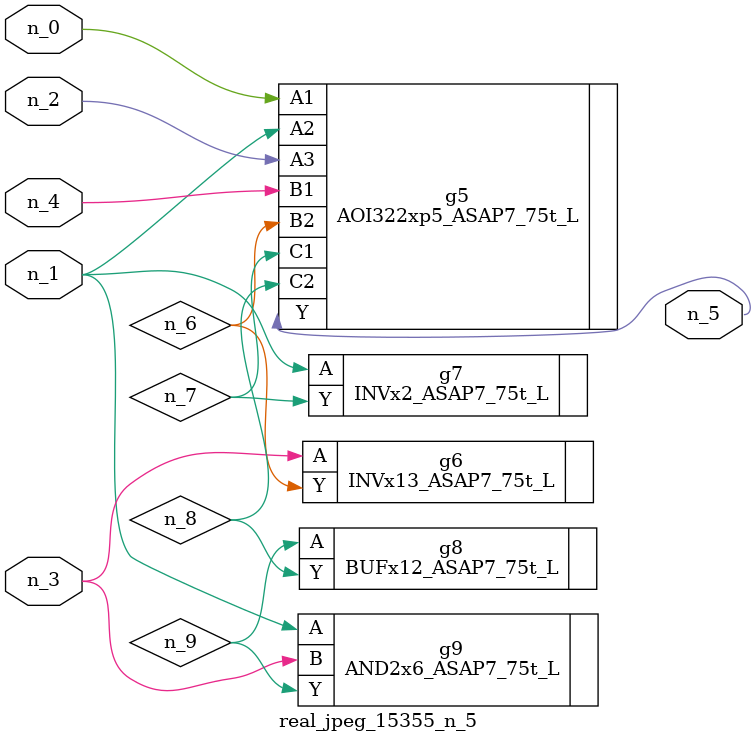
<source format=v>
module real_jpeg_15355_n_5 (n_4, n_0, n_1, n_2, n_3, n_5);

input n_4;
input n_0;
input n_1;
input n_2;
input n_3;

output n_5;

wire n_8;
wire n_6;
wire n_7;
wire n_9;

AOI322xp5_ASAP7_75t_L g5 ( 
.A1(n_0),
.A2(n_1),
.A3(n_2),
.B1(n_4),
.B2(n_6),
.C1(n_7),
.C2(n_8),
.Y(n_5)
);

INVx2_ASAP7_75t_L g7 ( 
.A(n_1),
.Y(n_7)
);

AND2x6_ASAP7_75t_L g9 ( 
.A(n_1),
.B(n_3),
.Y(n_9)
);

INVx13_ASAP7_75t_L g6 ( 
.A(n_3),
.Y(n_6)
);

BUFx12_ASAP7_75t_L g8 ( 
.A(n_9),
.Y(n_8)
);


endmodule
</source>
